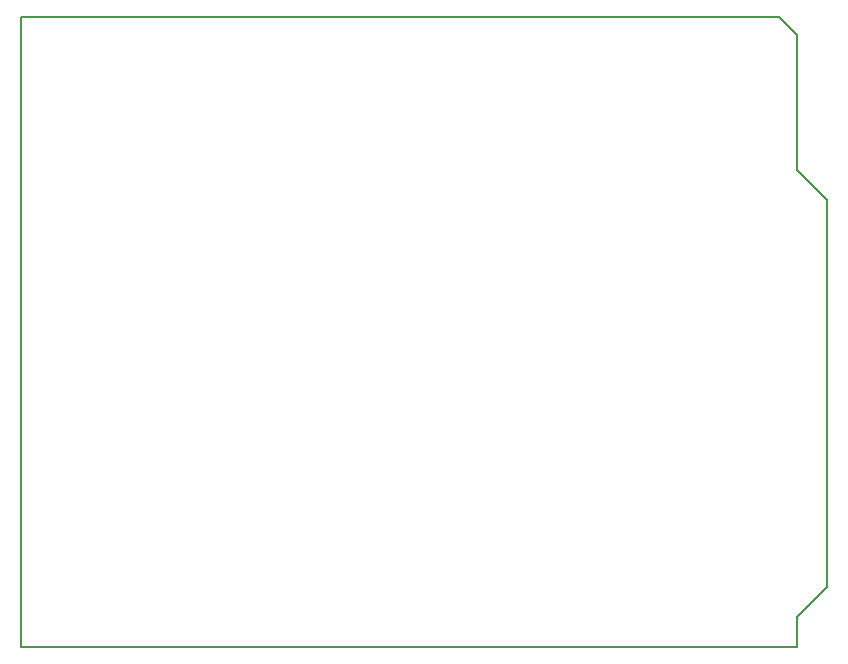
<source format=gbr>
%TF.GenerationSoftware,KiCad,Pcbnew,(6.0.0)*%
%TF.CreationDate,2022-05-11T10:24:24+02:00*%
%TF.ProjectId,speed_sensor,73706565-645f-4736-956e-736f722e6b69,v0.04*%
%TF.SameCoordinates,Original*%
%TF.FileFunction,Profile,NP*%
%FSLAX46Y46*%
G04 Gerber Fmt 4.6, Leading zero omitted, Abs format (unit mm)*
G04 Created by KiCad (PCBNEW (6.0.0)) date 2022-05-11 10:24:24*
%MOMM*%
%LPD*%
G01*
G04 APERTURE LIST*
%TA.AperFunction,Profile*%
%ADD10C,0.150000*%
%TD*%
G04 APERTURE END LIST*
D10*
X179578000Y-88519000D02*
X177038000Y-85979000D01*
X177038000Y-126365000D02*
X177038000Y-123825000D01*
X177038000Y-74549000D02*
X175514000Y-73025000D01*
X177038000Y-123825000D02*
X179578000Y-121285000D01*
X111315500Y-72985000D02*
X111315500Y-126325000D01*
X179578000Y-121285000D02*
X179578000Y-88519000D01*
X111315500Y-126325000D02*
X177038000Y-126365000D01*
X175514000Y-73025000D02*
X111315500Y-72985000D01*
X177038000Y-85979000D02*
X177038000Y-74549000D01*
M02*

</source>
